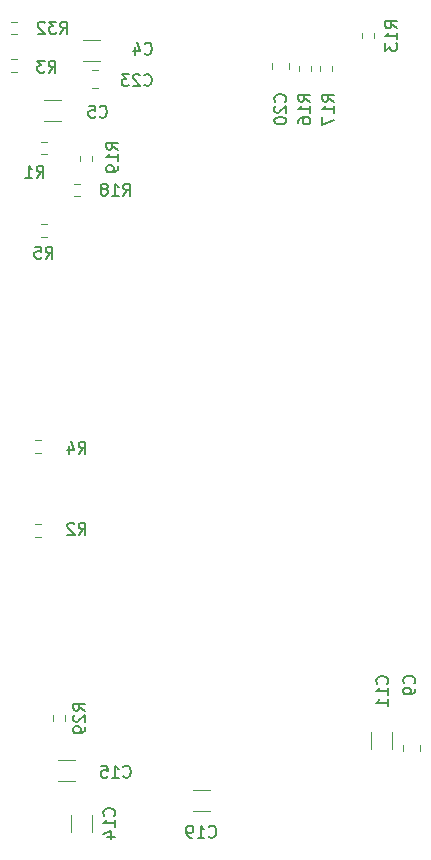
<source format=gbo>
%TF.GenerationSoftware,KiCad,Pcbnew,(5.1.9)-1*%
%TF.CreationDate,2021-02-04T00:32:02-08:00*%
%TF.ProjectId,kb1lqd_optical_comm,6b62316c-7164-45f6-9f70-746963616c5f,rev?*%
%TF.SameCoordinates,Original*%
%TF.FileFunction,Legend,Bot*%
%TF.FilePolarity,Positive*%
%FSLAX46Y46*%
G04 Gerber Fmt 4.6, Leading zero omitted, Abs format (unit mm)*
G04 Created by KiCad (PCBNEW (5.1.9)-1) date 2021-02-04 00:32:02*
%MOMM*%
%LPD*%
G01*
G04 APERTURE LIST*
%ADD10C,0.120000*%
%ADD11C,0.150000*%
%ADD12C,7.500102*%
%ADD13C,1.200102*%
%ADD14O,2.616102X1.308102*%
%ADD15O,1.308102X2.616102*%
%ADD16C,2.250102*%
%ADD17C,1.308102*%
%ADD18O,1.740102X2.190102*%
%ADD19C,1.600102*%
%ADD20C,1.650102*%
%ADD21O,1.200102X1.200102*%
%ADD22O,1.200102X1.600102*%
%ADD23C,1.800102*%
G04 APERTURE END LIST*
D10*
%TO.C,C20*%
X161771000Y-47363748D02*
X161771000Y-47886252D01*
X160301000Y-47363748D02*
X160301000Y-47886252D01*
%TO.C,R32*%
X138192742Y-43927500D02*
X138667258Y-43927500D01*
X138192742Y-44972500D02*
X138667258Y-44972500D01*
%TO.C,R29*%
X141717500Y-103107258D02*
X141717500Y-102632742D01*
X142762500Y-103107258D02*
X142762500Y-102632742D01*
%TO.C,R19*%
X144003500Y-55736258D02*
X144003500Y-55261742D01*
X145048500Y-55736258D02*
X145048500Y-55261742D01*
%TO.C,R18*%
X144001258Y-58688500D02*
X143526742Y-58688500D01*
X144001258Y-57643500D02*
X143526742Y-57643500D01*
%TO.C,R17*%
X165368500Y-47641742D02*
X165368500Y-48116258D01*
X164323500Y-47641742D02*
X164323500Y-48116258D01*
%TO.C,R16*%
X163590500Y-47641742D02*
X163590500Y-48116258D01*
X162545500Y-47641742D02*
X162545500Y-48116258D01*
%TO.C,R13*%
X168924500Y-44847742D02*
X168924500Y-45322258D01*
X167879500Y-44847742D02*
X167879500Y-45322258D01*
%TO.C,R5*%
X140732742Y-61072500D02*
X141207258Y-61072500D01*
X140732742Y-62117500D02*
X141207258Y-62117500D01*
%TO.C,R4*%
X140224742Y-79360500D02*
X140699258Y-79360500D01*
X140224742Y-80405500D02*
X140699258Y-80405500D01*
%TO.C,R3*%
X138667258Y-48147500D02*
X138192742Y-48147500D01*
X138667258Y-47102500D02*
X138192742Y-47102500D01*
%TO.C,R2*%
X140224742Y-86472500D02*
X140699258Y-86472500D01*
X140224742Y-87517500D02*
X140699258Y-87517500D01*
%TO.C,R1*%
X140732742Y-54087500D02*
X141207258Y-54087500D01*
X140732742Y-55132500D02*
X141207258Y-55132500D01*
%TO.C,C23*%
X145549252Y-49503000D02*
X145026748Y-49503000D01*
X145549252Y-48033000D02*
X145026748Y-48033000D01*
%TO.C,C19*%
X153593748Y-108945000D02*
X155016252Y-108945000D01*
X153593748Y-110765000D02*
X155016252Y-110765000D01*
%TO.C,C15*%
X143586252Y-108225000D02*
X142163748Y-108225000D01*
X143586252Y-106405000D02*
X142163748Y-106405000D01*
%TO.C,C14*%
X143235000Y-112471252D02*
X143235000Y-111048748D01*
X145055000Y-112471252D02*
X145055000Y-111048748D01*
%TO.C,C11*%
X168635000Y-105486252D02*
X168635000Y-104063748D01*
X170455000Y-105486252D02*
X170455000Y-104063748D01*
%TO.C,C9*%
X171350000Y-105671252D02*
X171350000Y-105148748D01*
X172820000Y-105671252D02*
X172820000Y-105148748D01*
%TO.C,C5*%
X142443252Y-52345000D02*
X141020748Y-52345000D01*
X142443252Y-50525000D02*
X141020748Y-50525000D01*
%TO.C,C4*%
X144322748Y-45445000D02*
X145745252Y-45445000D01*
X144322748Y-47265000D02*
X145745252Y-47265000D01*
%TO.C,C20*%
D11*
X161393142Y-50665142D02*
X161440761Y-50617523D01*
X161488380Y-50474666D01*
X161488380Y-50379428D01*
X161440761Y-50236571D01*
X161345523Y-50141333D01*
X161250285Y-50093714D01*
X161059809Y-50046095D01*
X160916952Y-50046095D01*
X160726476Y-50093714D01*
X160631238Y-50141333D01*
X160536000Y-50236571D01*
X160488380Y-50379428D01*
X160488380Y-50474666D01*
X160536000Y-50617523D01*
X160583619Y-50665142D01*
X160583619Y-51046095D02*
X160536000Y-51093714D01*
X160488380Y-51188952D01*
X160488380Y-51427047D01*
X160536000Y-51522285D01*
X160583619Y-51569904D01*
X160678857Y-51617523D01*
X160774095Y-51617523D01*
X160916952Y-51569904D01*
X161488380Y-50998476D01*
X161488380Y-51617523D01*
X160488380Y-52236571D02*
X160488380Y-52331809D01*
X160536000Y-52427047D01*
X160583619Y-52474666D01*
X160678857Y-52522285D01*
X160869333Y-52569904D01*
X161107428Y-52569904D01*
X161297904Y-52522285D01*
X161393142Y-52474666D01*
X161440761Y-52427047D01*
X161488380Y-52331809D01*
X161488380Y-52236571D01*
X161440761Y-52141333D01*
X161393142Y-52093714D01*
X161297904Y-52046095D01*
X161107428Y-51998476D01*
X160869333Y-51998476D01*
X160678857Y-52046095D01*
X160583619Y-52093714D01*
X160536000Y-52141333D01*
X160488380Y-52236571D01*
%TO.C,R32*%
X142374857Y-44902380D02*
X142708190Y-44426190D01*
X142946285Y-44902380D02*
X142946285Y-43902380D01*
X142565333Y-43902380D01*
X142470095Y-43950000D01*
X142422476Y-43997619D01*
X142374857Y-44092857D01*
X142374857Y-44235714D01*
X142422476Y-44330952D01*
X142470095Y-44378571D01*
X142565333Y-44426190D01*
X142946285Y-44426190D01*
X142041523Y-43902380D02*
X141422476Y-43902380D01*
X141755809Y-44283333D01*
X141612952Y-44283333D01*
X141517714Y-44330952D01*
X141470095Y-44378571D01*
X141422476Y-44473809D01*
X141422476Y-44711904D01*
X141470095Y-44807142D01*
X141517714Y-44854761D01*
X141612952Y-44902380D01*
X141898666Y-44902380D01*
X141993904Y-44854761D01*
X142041523Y-44807142D01*
X141041523Y-43997619D02*
X140993904Y-43950000D01*
X140898666Y-43902380D01*
X140660571Y-43902380D01*
X140565333Y-43950000D01*
X140517714Y-43997619D01*
X140470095Y-44092857D01*
X140470095Y-44188095D01*
X140517714Y-44330952D01*
X141089142Y-44902380D01*
X140470095Y-44902380D01*
%TO.C,R29*%
X144470380Y-102227142D02*
X143994190Y-101893809D01*
X144470380Y-101655714D02*
X143470380Y-101655714D01*
X143470380Y-102036666D01*
X143518000Y-102131904D01*
X143565619Y-102179523D01*
X143660857Y-102227142D01*
X143803714Y-102227142D01*
X143898952Y-102179523D01*
X143946571Y-102131904D01*
X143994190Y-102036666D01*
X143994190Y-101655714D01*
X143565619Y-102608095D02*
X143518000Y-102655714D01*
X143470380Y-102750952D01*
X143470380Y-102989047D01*
X143518000Y-103084285D01*
X143565619Y-103131904D01*
X143660857Y-103179523D01*
X143756095Y-103179523D01*
X143898952Y-103131904D01*
X144470380Y-102560476D01*
X144470380Y-103179523D01*
X144470380Y-103655714D02*
X144470380Y-103846190D01*
X144422761Y-103941428D01*
X144375142Y-103989047D01*
X144232285Y-104084285D01*
X144041809Y-104131904D01*
X143660857Y-104131904D01*
X143565619Y-104084285D01*
X143518000Y-104036666D01*
X143470380Y-103941428D01*
X143470380Y-103750952D01*
X143518000Y-103655714D01*
X143565619Y-103608095D01*
X143660857Y-103560476D01*
X143898952Y-103560476D01*
X143994190Y-103608095D01*
X144041809Y-103655714D01*
X144089428Y-103750952D01*
X144089428Y-103941428D01*
X144041809Y-104036666D01*
X143994190Y-104084285D01*
X143898952Y-104131904D01*
%TO.C,R19*%
X147264380Y-54729142D02*
X146788190Y-54395809D01*
X147264380Y-54157714D02*
X146264380Y-54157714D01*
X146264380Y-54538666D01*
X146312000Y-54633904D01*
X146359619Y-54681523D01*
X146454857Y-54729142D01*
X146597714Y-54729142D01*
X146692952Y-54681523D01*
X146740571Y-54633904D01*
X146788190Y-54538666D01*
X146788190Y-54157714D01*
X147264380Y-55681523D02*
X147264380Y-55110095D01*
X147264380Y-55395809D02*
X146264380Y-55395809D01*
X146407238Y-55300571D01*
X146502476Y-55205333D01*
X146550095Y-55110095D01*
X147264380Y-56157714D02*
X147264380Y-56348190D01*
X147216761Y-56443428D01*
X147169142Y-56491047D01*
X147026285Y-56586285D01*
X146835809Y-56633904D01*
X146454857Y-56633904D01*
X146359619Y-56586285D01*
X146312000Y-56538666D01*
X146264380Y-56443428D01*
X146264380Y-56252952D01*
X146312000Y-56157714D01*
X146359619Y-56110095D01*
X146454857Y-56062476D01*
X146692952Y-56062476D01*
X146788190Y-56110095D01*
X146835809Y-56157714D01*
X146883428Y-56252952D01*
X146883428Y-56443428D01*
X146835809Y-56538666D01*
X146788190Y-56586285D01*
X146692952Y-56633904D01*
%TO.C,R18*%
X147708857Y-58618380D02*
X148042190Y-58142190D01*
X148280285Y-58618380D02*
X148280285Y-57618380D01*
X147899333Y-57618380D01*
X147804095Y-57666000D01*
X147756476Y-57713619D01*
X147708857Y-57808857D01*
X147708857Y-57951714D01*
X147756476Y-58046952D01*
X147804095Y-58094571D01*
X147899333Y-58142190D01*
X148280285Y-58142190D01*
X146756476Y-58618380D02*
X147327904Y-58618380D01*
X147042190Y-58618380D02*
X147042190Y-57618380D01*
X147137428Y-57761238D01*
X147232666Y-57856476D01*
X147327904Y-57904095D01*
X146185047Y-58046952D02*
X146280285Y-57999333D01*
X146327904Y-57951714D01*
X146375523Y-57856476D01*
X146375523Y-57808857D01*
X146327904Y-57713619D01*
X146280285Y-57666000D01*
X146185047Y-57618380D01*
X145994571Y-57618380D01*
X145899333Y-57666000D01*
X145851714Y-57713619D01*
X145804095Y-57808857D01*
X145804095Y-57856476D01*
X145851714Y-57951714D01*
X145899333Y-57999333D01*
X145994571Y-58046952D01*
X146185047Y-58046952D01*
X146280285Y-58094571D01*
X146327904Y-58142190D01*
X146375523Y-58237428D01*
X146375523Y-58427904D01*
X146327904Y-58523142D01*
X146280285Y-58570761D01*
X146185047Y-58618380D01*
X145994571Y-58618380D01*
X145899333Y-58570761D01*
X145851714Y-58523142D01*
X145804095Y-58427904D01*
X145804095Y-58237428D01*
X145851714Y-58142190D01*
X145899333Y-58094571D01*
X145994571Y-58046952D01*
%TO.C,R17*%
X165552380Y-50665142D02*
X165076190Y-50331809D01*
X165552380Y-50093714D02*
X164552380Y-50093714D01*
X164552380Y-50474666D01*
X164600000Y-50569904D01*
X164647619Y-50617523D01*
X164742857Y-50665142D01*
X164885714Y-50665142D01*
X164980952Y-50617523D01*
X165028571Y-50569904D01*
X165076190Y-50474666D01*
X165076190Y-50093714D01*
X165552380Y-51617523D02*
X165552380Y-51046095D01*
X165552380Y-51331809D02*
X164552380Y-51331809D01*
X164695238Y-51236571D01*
X164790476Y-51141333D01*
X164838095Y-51046095D01*
X164552380Y-51950857D02*
X164552380Y-52617523D01*
X165552380Y-52188952D01*
%TO.C,R16*%
X163520380Y-50665142D02*
X163044190Y-50331809D01*
X163520380Y-50093714D02*
X162520380Y-50093714D01*
X162520380Y-50474666D01*
X162568000Y-50569904D01*
X162615619Y-50617523D01*
X162710857Y-50665142D01*
X162853714Y-50665142D01*
X162948952Y-50617523D01*
X162996571Y-50569904D01*
X163044190Y-50474666D01*
X163044190Y-50093714D01*
X163520380Y-51617523D02*
X163520380Y-51046095D01*
X163520380Y-51331809D02*
X162520380Y-51331809D01*
X162663238Y-51236571D01*
X162758476Y-51141333D01*
X162806095Y-51046095D01*
X162520380Y-52474666D02*
X162520380Y-52284190D01*
X162568000Y-52188952D01*
X162615619Y-52141333D01*
X162758476Y-52046095D01*
X162948952Y-51998476D01*
X163329904Y-51998476D01*
X163425142Y-52046095D01*
X163472761Y-52093714D01*
X163520380Y-52188952D01*
X163520380Y-52379428D01*
X163472761Y-52474666D01*
X163425142Y-52522285D01*
X163329904Y-52569904D01*
X163091809Y-52569904D01*
X162996571Y-52522285D01*
X162948952Y-52474666D01*
X162901333Y-52379428D01*
X162901333Y-52188952D01*
X162948952Y-52093714D01*
X162996571Y-52046095D01*
X163091809Y-51998476D01*
%TO.C,R13*%
X170886380Y-44442142D02*
X170410190Y-44108809D01*
X170886380Y-43870714D02*
X169886380Y-43870714D01*
X169886380Y-44251666D01*
X169934000Y-44346904D01*
X169981619Y-44394523D01*
X170076857Y-44442142D01*
X170219714Y-44442142D01*
X170314952Y-44394523D01*
X170362571Y-44346904D01*
X170410190Y-44251666D01*
X170410190Y-43870714D01*
X170886380Y-45394523D02*
X170886380Y-44823095D01*
X170886380Y-45108809D02*
X169886380Y-45108809D01*
X170029238Y-45013571D01*
X170124476Y-44918333D01*
X170172095Y-44823095D01*
X169886380Y-45727857D02*
X169886380Y-46346904D01*
X170267333Y-46013571D01*
X170267333Y-46156428D01*
X170314952Y-46251666D01*
X170362571Y-46299285D01*
X170457809Y-46346904D01*
X170695904Y-46346904D01*
X170791142Y-46299285D01*
X170838761Y-46251666D01*
X170886380Y-46156428D01*
X170886380Y-45870714D01*
X170838761Y-45775476D01*
X170791142Y-45727857D01*
%TO.C,R5*%
X141136666Y-63952380D02*
X141470000Y-63476190D01*
X141708095Y-63952380D02*
X141708095Y-62952380D01*
X141327142Y-62952380D01*
X141231904Y-63000000D01*
X141184285Y-63047619D01*
X141136666Y-63142857D01*
X141136666Y-63285714D01*
X141184285Y-63380952D01*
X141231904Y-63428571D01*
X141327142Y-63476190D01*
X141708095Y-63476190D01*
X140231904Y-62952380D02*
X140708095Y-62952380D01*
X140755714Y-63428571D01*
X140708095Y-63380952D01*
X140612857Y-63333333D01*
X140374761Y-63333333D01*
X140279523Y-63380952D01*
X140231904Y-63428571D01*
X140184285Y-63523809D01*
X140184285Y-63761904D01*
X140231904Y-63857142D01*
X140279523Y-63904761D01*
X140374761Y-63952380D01*
X140612857Y-63952380D01*
X140708095Y-63904761D01*
X140755714Y-63857142D01*
%TO.C,R4*%
X143930666Y-80462380D02*
X144264000Y-79986190D01*
X144502095Y-80462380D02*
X144502095Y-79462380D01*
X144121142Y-79462380D01*
X144025904Y-79510000D01*
X143978285Y-79557619D01*
X143930666Y-79652857D01*
X143930666Y-79795714D01*
X143978285Y-79890952D01*
X144025904Y-79938571D01*
X144121142Y-79986190D01*
X144502095Y-79986190D01*
X143073523Y-79795714D02*
X143073523Y-80462380D01*
X143311619Y-79414761D02*
X143549714Y-80129047D01*
X142930666Y-80129047D01*
%TO.C,R3*%
X141390666Y-48204380D02*
X141724000Y-47728190D01*
X141962095Y-48204380D02*
X141962095Y-47204380D01*
X141581142Y-47204380D01*
X141485904Y-47252000D01*
X141438285Y-47299619D01*
X141390666Y-47394857D01*
X141390666Y-47537714D01*
X141438285Y-47632952D01*
X141485904Y-47680571D01*
X141581142Y-47728190D01*
X141962095Y-47728190D01*
X141057333Y-47204380D02*
X140438285Y-47204380D01*
X140771619Y-47585333D01*
X140628761Y-47585333D01*
X140533523Y-47632952D01*
X140485904Y-47680571D01*
X140438285Y-47775809D01*
X140438285Y-48013904D01*
X140485904Y-48109142D01*
X140533523Y-48156761D01*
X140628761Y-48204380D01*
X140914476Y-48204380D01*
X141009714Y-48156761D01*
X141057333Y-48109142D01*
%TO.C,R2*%
X143930666Y-87320380D02*
X144264000Y-86844190D01*
X144502095Y-87320380D02*
X144502095Y-86320380D01*
X144121142Y-86320380D01*
X144025904Y-86368000D01*
X143978285Y-86415619D01*
X143930666Y-86510857D01*
X143930666Y-86653714D01*
X143978285Y-86748952D01*
X144025904Y-86796571D01*
X144121142Y-86844190D01*
X144502095Y-86844190D01*
X143549714Y-86415619D02*
X143502095Y-86368000D01*
X143406857Y-86320380D01*
X143168761Y-86320380D01*
X143073523Y-86368000D01*
X143025904Y-86415619D01*
X142978285Y-86510857D01*
X142978285Y-86606095D01*
X143025904Y-86748952D01*
X143597333Y-87320380D01*
X142978285Y-87320380D01*
%TO.C,R1*%
X140374666Y-57094380D02*
X140708000Y-56618190D01*
X140946095Y-57094380D02*
X140946095Y-56094380D01*
X140565142Y-56094380D01*
X140469904Y-56142000D01*
X140422285Y-56189619D01*
X140374666Y-56284857D01*
X140374666Y-56427714D01*
X140422285Y-56522952D01*
X140469904Y-56570571D01*
X140565142Y-56618190D01*
X140946095Y-56618190D01*
X139422285Y-57094380D02*
X139993714Y-57094380D01*
X139708000Y-57094380D02*
X139708000Y-56094380D01*
X139803238Y-56237238D01*
X139898476Y-56332476D01*
X139993714Y-56380095D01*
%TO.C,C23*%
X149486857Y-49252142D02*
X149534476Y-49299761D01*
X149677333Y-49347380D01*
X149772571Y-49347380D01*
X149915428Y-49299761D01*
X150010666Y-49204523D01*
X150058285Y-49109285D01*
X150105904Y-48918809D01*
X150105904Y-48775952D01*
X150058285Y-48585476D01*
X150010666Y-48490238D01*
X149915428Y-48395000D01*
X149772571Y-48347380D01*
X149677333Y-48347380D01*
X149534476Y-48395000D01*
X149486857Y-48442619D01*
X149105904Y-48442619D02*
X149058285Y-48395000D01*
X148963047Y-48347380D01*
X148724952Y-48347380D01*
X148629714Y-48395000D01*
X148582095Y-48442619D01*
X148534476Y-48537857D01*
X148534476Y-48633095D01*
X148582095Y-48775952D01*
X149153523Y-49347380D01*
X148534476Y-49347380D01*
X148201142Y-48347380D02*
X147582095Y-48347380D01*
X147915428Y-48728333D01*
X147772571Y-48728333D01*
X147677333Y-48775952D01*
X147629714Y-48823571D01*
X147582095Y-48918809D01*
X147582095Y-49156904D01*
X147629714Y-49252142D01*
X147677333Y-49299761D01*
X147772571Y-49347380D01*
X148058285Y-49347380D01*
X148153523Y-49299761D01*
X148201142Y-49252142D01*
%TO.C,C19*%
X154947857Y-112879142D02*
X154995476Y-112926761D01*
X155138333Y-112974380D01*
X155233571Y-112974380D01*
X155376428Y-112926761D01*
X155471666Y-112831523D01*
X155519285Y-112736285D01*
X155566904Y-112545809D01*
X155566904Y-112402952D01*
X155519285Y-112212476D01*
X155471666Y-112117238D01*
X155376428Y-112022000D01*
X155233571Y-111974380D01*
X155138333Y-111974380D01*
X154995476Y-112022000D01*
X154947857Y-112069619D01*
X153995476Y-112974380D02*
X154566904Y-112974380D01*
X154281190Y-112974380D02*
X154281190Y-111974380D01*
X154376428Y-112117238D01*
X154471666Y-112212476D01*
X154566904Y-112260095D01*
X153519285Y-112974380D02*
X153328809Y-112974380D01*
X153233571Y-112926761D01*
X153185952Y-112879142D01*
X153090714Y-112736285D01*
X153043095Y-112545809D01*
X153043095Y-112164857D01*
X153090714Y-112069619D01*
X153138333Y-112022000D01*
X153233571Y-111974380D01*
X153424047Y-111974380D01*
X153519285Y-112022000D01*
X153566904Y-112069619D01*
X153614523Y-112164857D01*
X153614523Y-112402952D01*
X153566904Y-112498190D01*
X153519285Y-112545809D01*
X153424047Y-112593428D01*
X153233571Y-112593428D01*
X153138333Y-112545809D01*
X153090714Y-112498190D01*
X153043095Y-112402952D01*
%TO.C,C15*%
X147708857Y-107799142D02*
X147756476Y-107846761D01*
X147899333Y-107894380D01*
X147994571Y-107894380D01*
X148137428Y-107846761D01*
X148232666Y-107751523D01*
X148280285Y-107656285D01*
X148327904Y-107465809D01*
X148327904Y-107322952D01*
X148280285Y-107132476D01*
X148232666Y-107037238D01*
X148137428Y-106942000D01*
X147994571Y-106894380D01*
X147899333Y-106894380D01*
X147756476Y-106942000D01*
X147708857Y-106989619D01*
X146756476Y-107894380D02*
X147327904Y-107894380D01*
X147042190Y-107894380D02*
X147042190Y-106894380D01*
X147137428Y-107037238D01*
X147232666Y-107132476D01*
X147327904Y-107180095D01*
X145851714Y-106894380D02*
X146327904Y-106894380D01*
X146375523Y-107370571D01*
X146327904Y-107322952D01*
X146232666Y-107275333D01*
X145994571Y-107275333D01*
X145899333Y-107322952D01*
X145851714Y-107370571D01*
X145804095Y-107465809D01*
X145804095Y-107703904D01*
X145851714Y-107799142D01*
X145899333Y-107846761D01*
X145994571Y-107894380D01*
X146232666Y-107894380D01*
X146327904Y-107846761D01*
X146375523Y-107799142D01*
%TO.C,C14*%
X146915142Y-111117142D02*
X146962761Y-111069523D01*
X147010380Y-110926666D01*
X147010380Y-110831428D01*
X146962761Y-110688571D01*
X146867523Y-110593333D01*
X146772285Y-110545714D01*
X146581809Y-110498095D01*
X146438952Y-110498095D01*
X146248476Y-110545714D01*
X146153238Y-110593333D01*
X146058000Y-110688571D01*
X146010380Y-110831428D01*
X146010380Y-110926666D01*
X146058000Y-111069523D01*
X146105619Y-111117142D01*
X147010380Y-112069523D02*
X147010380Y-111498095D01*
X147010380Y-111783809D02*
X146010380Y-111783809D01*
X146153238Y-111688571D01*
X146248476Y-111593333D01*
X146296095Y-111498095D01*
X146343714Y-112926666D02*
X147010380Y-112926666D01*
X145962761Y-112688571D02*
X146677047Y-112450476D01*
X146677047Y-113069523D01*
%TO.C,C11*%
X170029142Y-99941142D02*
X170076761Y-99893523D01*
X170124380Y-99750666D01*
X170124380Y-99655428D01*
X170076761Y-99512571D01*
X169981523Y-99417333D01*
X169886285Y-99369714D01*
X169695809Y-99322095D01*
X169552952Y-99322095D01*
X169362476Y-99369714D01*
X169267238Y-99417333D01*
X169172000Y-99512571D01*
X169124380Y-99655428D01*
X169124380Y-99750666D01*
X169172000Y-99893523D01*
X169219619Y-99941142D01*
X170124380Y-100893523D02*
X170124380Y-100322095D01*
X170124380Y-100607809D02*
X169124380Y-100607809D01*
X169267238Y-100512571D01*
X169362476Y-100417333D01*
X169410095Y-100322095D01*
X170124380Y-101845904D02*
X170124380Y-101274476D01*
X170124380Y-101560190D02*
X169124380Y-101560190D01*
X169267238Y-101464952D01*
X169362476Y-101369714D01*
X169410095Y-101274476D01*
%TO.C,C9*%
X172315142Y-99909333D02*
X172362761Y-99861714D01*
X172410380Y-99718857D01*
X172410380Y-99623619D01*
X172362761Y-99480761D01*
X172267523Y-99385523D01*
X172172285Y-99337904D01*
X171981809Y-99290285D01*
X171838952Y-99290285D01*
X171648476Y-99337904D01*
X171553238Y-99385523D01*
X171458000Y-99480761D01*
X171410380Y-99623619D01*
X171410380Y-99718857D01*
X171458000Y-99861714D01*
X171505619Y-99909333D01*
X172410380Y-100385523D02*
X172410380Y-100576000D01*
X172362761Y-100671238D01*
X172315142Y-100718857D01*
X172172285Y-100814095D01*
X171981809Y-100861714D01*
X171600857Y-100861714D01*
X171505619Y-100814095D01*
X171458000Y-100766476D01*
X171410380Y-100671238D01*
X171410380Y-100480761D01*
X171458000Y-100385523D01*
X171505619Y-100337904D01*
X171600857Y-100290285D01*
X171838952Y-100290285D01*
X171934190Y-100337904D01*
X171981809Y-100385523D01*
X172029428Y-100480761D01*
X172029428Y-100671238D01*
X171981809Y-100766476D01*
X171934190Y-100814095D01*
X171838952Y-100861714D01*
%TO.C,C5*%
X145708666Y-51919142D02*
X145756285Y-51966761D01*
X145899142Y-52014380D01*
X145994380Y-52014380D01*
X146137238Y-51966761D01*
X146232476Y-51871523D01*
X146280095Y-51776285D01*
X146327714Y-51585809D01*
X146327714Y-51442952D01*
X146280095Y-51252476D01*
X146232476Y-51157238D01*
X146137238Y-51062000D01*
X145994380Y-51014380D01*
X145899142Y-51014380D01*
X145756285Y-51062000D01*
X145708666Y-51109619D01*
X144803904Y-51014380D02*
X145280095Y-51014380D01*
X145327714Y-51490571D01*
X145280095Y-51442952D01*
X145184857Y-51395333D01*
X144946761Y-51395333D01*
X144851523Y-51442952D01*
X144803904Y-51490571D01*
X144756285Y-51585809D01*
X144756285Y-51823904D01*
X144803904Y-51919142D01*
X144851523Y-51966761D01*
X144946761Y-52014380D01*
X145184857Y-52014380D01*
X145280095Y-51966761D01*
X145327714Y-51919142D01*
%TO.C,C4*%
X149518666Y-46585142D02*
X149566285Y-46632761D01*
X149709142Y-46680380D01*
X149804380Y-46680380D01*
X149947238Y-46632761D01*
X150042476Y-46537523D01*
X150090095Y-46442285D01*
X150137714Y-46251809D01*
X150137714Y-46108952D01*
X150090095Y-45918476D01*
X150042476Y-45823238D01*
X149947238Y-45728000D01*
X149804380Y-45680380D01*
X149709142Y-45680380D01*
X149566285Y-45728000D01*
X149518666Y-45775619D01*
X148661523Y-46013714D02*
X148661523Y-46680380D01*
X148899619Y-45632761D02*
X149137714Y-46347047D01*
X148518666Y-46347047D01*
%TD*%
%LPC*%
D12*
%TO.C,H4*%
X182880000Y-121920000D03*
%TD*%
%TO.C,H3*%
X182880000Y-30480000D03*
%TD*%
%TO.C,H2*%
X132080000Y-121920000D03*
%TD*%
%TO.C,H1*%
X132080000Y-30480000D03*
%TD*%
D13*
%TO.C,J6*%
X131572000Y-112315000D03*
X129072000Y-112315000D03*
X136572000Y-107315000D03*
X131572000Y-102315000D03*
X129072000Y-102315000D03*
D14*
X136572000Y-102315000D03*
X136572000Y-112315000D03*
D15*
X131572000Y-107315000D03*
%TD*%
D13*
%TO.C,J3*%
X131572000Y-87169000D03*
X129072000Y-87169000D03*
X136572000Y-82169000D03*
X131572000Y-77169000D03*
X129072000Y-77169000D03*
D14*
X136572000Y-77169000D03*
X136572000Y-87169000D03*
D15*
X131572000Y-82169000D03*
%TD*%
D13*
%TO.C,J1*%
X131699000Y-61388000D03*
X129199000Y-61388000D03*
X136699000Y-56388000D03*
X131699000Y-51388000D03*
X129199000Y-51388000D03*
D14*
X136699000Y-51388000D03*
X136699000Y-61388000D03*
D15*
X131699000Y-56388000D03*
%TD*%
D16*
%TO.C,SW1*%
X142470000Y-28575000D03*
X152170000Y-28575000D03*
D17*
X145320000Y-28575000D03*
X149320000Y-28575000D03*
X147320000Y-28575000D03*
%TD*%
%TO.C,C20*%
G36*
G01*
X160560974Y-48074949D02*
X161511026Y-48074949D01*
G75*
G02*
X161761051Y-48324974I0J-250025D01*
G01*
X161761051Y-48825026D01*
G75*
G02*
X161511026Y-49075051I-250025J0D01*
G01*
X160560974Y-49075051D01*
G75*
G02*
X160310949Y-48825026I0J250025D01*
G01*
X160310949Y-48324974D01*
G75*
G02*
X160560974Y-48074949I250025J0D01*
G01*
G37*
G36*
G01*
X160560974Y-46174949D02*
X161511026Y-46174949D01*
G75*
G02*
X161761051Y-46424974I0J-250025D01*
G01*
X161761051Y-46925026D01*
G75*
G02*
X161511026Y-47175051I-250025J0D01*
G01*
X160560974Y-47175051D01*
G75*
G02*
X160310949Y-46925026I0J250025D01*
G01*
X160310949Y-46424974D01*
G75*
G02*
X160560974Y-46174949I250025J0D01*
G01*
G37*
%TD*%
D16*
%TO.C,SW3*%
X158345000Y-28575000D03*
X168045000Y-28575000D03*
D17*
X161195000Y-28575000D03*
X165195000Y-28575000D03*
X163195000Y-28575000D03*
%TD*%
D16*
%TO.C,SW2*%
X153440000Y-123825000D03*
X143740000Y-123825000D03*
D17*
X150590000Y-123825000D03*
X146590000Y-123825000D03*
X148590000Y-123825000D03*
%TD*%
D18*
%TO.C,RV2*%
X150495000Y-72390000D03*
X153035000Y-72390000D03*
X155575000Y-72390000D03*
G36*
G01*
X158985051Y-71544962D02*
X158985051Y-73235038D01*
G75*
G02*
X158735038Y-73485051I-250013J0D01*
G01*
X157494962Y-73485051D01*
G75*
G02*
X157244949Y-73235038I0J250013D01*
G01*
X157244949Y-71544962D01*
G75*
G02*
X157494962Y-71294949I250013J0D01*
G01*
X158735038Y-71294949D01*
G75*
G02*
X158985051Y-71544962I0J-250013D01*
G01*
G37*
%TD*%
%TO.C,RV1*%
X150495000Y-82550000D03*
X153035000Y-82550000D03*
X155575000Y-82550000D03*
G36*
G01*
X158985051Y-81704962D02*
X158985051Y-83395038D01*
G75*
G02*
X158735038Y-83645051I-250013J0D01*
G01*
X157494962Y-83645051D01*
G75*
G02*
X157244949Y-83395038I0J250013D01*
G01*
X157244949Y-81704962D01*
G75*
G02*
X157494962Y-81454949I250013J0D01*
G01*
X158735038Y-81454949D01*
G75*
G02*
X158985051Y-81704962I0J-250013D01*
G01*
G37*
%TD*%
%TO.C,R32*%
G36*
G01*
X138854949Y-44725026D02*
X138854949Y-44174974D01*
G75*
G02*
X139054974Y-43974949I200025J0D01*
G01*
X139455026Y-43974949D01*
G75*
G02*
X139655051Y-44174974I0J-200025D01*
G01*
X139655051Y-44725026D01*
G75*
G02*
X139455026Y-44925051I-200025J0D01*
G01*
X139054974Y-44925051D01*
G75*
G02*
X138854949Y-44725026I0J200025D01*
G01*
G37*
G36*
G01*
X137204949Y-44725026D02*
X137204949Y-44174974D01*
G75*
G02*
X137404974Y-43974949I200025J0D01*
G01*
X137805026Y-43974949D01*
G75*
G02*
X138005051Y-44174974I0J-200025D01*
G01*
X138005051Y-44725026D01*
G75*
G02*
X137805026Y-44925051I-200025J0D01*
G01*
X137404974Y-44925051D01*
G75*
G02*
X137204949Y-44725026I0J200025D01*
G01*
G37*
%TD*%
%TO.C,R29*%
G36*
G01*
X142515026Y-102445051D02*
X141964974Y-102445051D01*
G75*
G02*
X141764949Y-102245026I0J200025D01*
G01*
X141764949Y-101844974D01*
G75*
G02*
X141964974Y-101644949I200025J0D01*
G01*
X142515026Y-101644949D01*
G75*
G02*
X142715051Y-101844974I0J-200025D01*
G01*
X142715051Y-102245026D01*
G75*
G02*
X142515026Y-102445051I-200025J0D01*
G01*
G37*
G36*
G01*
X142515026Y-104095051D02*
X141964974Y-104095051D01*
G75*
G02*
X141764949Y-103895026I0J200025D01*
G01*
X141764949Y-103494974D01*
G75*
G02*
X141964974Y-103294949I200025J0D01*
G01*
X142515026Y-103294949D01*
G75*
G02*
X142715051Y-103494974I0J-200025D01*
G01*
X142715051Y-103895026D01*
G75*
G02*
X142515026Y-104095051I-200025J0D01*
G01*
G37*
%TD*%
%TO.C,R19*%
G36*
G01*
X144801026Y-55074051D02*
X144250974Y-55074051D01*
G75*
G02*
X144050949Y-54874026I0J200025D01*
G01*
X144050949Y-54473974D01*
G75*
G02*
X144250974Y-54273949I200025J0D01*
G01*
X144801026Y-54273949D01*
G75*
G02*
X145001051Y-54473974I0J-200025D01*
G01*
X145001051Y-54874026D01*
G75*
G02*
X144801026Y-55074051I-200025J0D01*
G01*
G37*
G36*
G01*
X144801026Y-56724051D02*
X144250974Y-56724051D01*
G75*
G02*
X144050949Y-56524026I0J200025D01*
G01*
X144050949Y-56123974D01*
G75*
G02*
X144250974Y-55923949I200025J0D01*
G01*
X144801026Y-55923949D01*
G75*
G02*
X145001051Y-56123974I0J-200025D01*
G01*
X145001051Y-56524026D01*
G75*
G02*
X144801026Y-56724051I-200025J0D01*
G01*
G37*
%TD*%
%TO.C,R18*%
G36*
G01*
X143339051Y-57890974D02*
X143339051Y-58441026D01*
G75*
G02*
X143139026Y-58641051I-200025J0D01*
G01*
X142738974Y-58641051D01*
G75*
G02*
X142538949Y-58441026I0J200025D01*
G01*
X142538949Y-57890974D01*
G75*
G02*
X142738974Y-57690949I200025J0D01*
G01*
X143139026Y-57690949D01*
G75*
G02*
X143339051Y-57890974I0J-200025D01*
G01*
G37*
G36*
G01*
X144989051Y-57890974D02*
X144989051Y-58441026D01*
G75*
G02*
X144789026Y-58641051I-200025J0D01*
G01*
X144388974Y-58641051D01*
G75*
G02*
X144188949Y-58441026I0J200025D01*
G01*
X144188949Y-57890974D01*
G75*
G02*
X144388974Y-57690949I200025J0D01*
G01*
X144789026Y-57690949D01*
G75*
G02*
X144989051Y-57890974I0J-200025D01*
G01*
G37*
%TD*%
%TO.C,R17*%
G36*
G01*
X164570974Y-48303949D02*
X165121026Y-48303949D01*
G75*
G02*
X165321051Y-48503974I0J-200025D01*
G01*
X165321051Y-48904026D01*
G75*
G02*
X165121026Y-49104051I-200025J0D01*
G01*
X164570974Y-49104051D01*
G75*
G02*
X164370949Y-48904026I0J200025D01*
G01*
X164370949Y-48503974D01*
G75*
G02*
X164570974Y-48303949I200025J0D01*
G01*
G37*
G36*
G01*
X164570974Y-46653949D02*
X165121026Y-46653949D01*
G75*
G02*
X165321051Y-46853974I0J-200025D01*
G01*
X165321051Y-47254026D01*
G75*
G02*
X165121026Y-47454051I-200025J0D01*
G01*
X164570974Y-47454051D01*
G75*
G02*
X164370949Y-47254026I0J200025D01*
G01*
X164370949Y-46853974D01*
G75*
G02*
X164570974Y-46653949I200025J0D01*
G01*
G37*
%TD*%
%TO.C,R16*%
G36*
G01*
X162792974Y-48303949D02*
X163343026Y-48303949D01*
G75*
G02*
X163543051Y-48503974I0J-200025D01*
G01*
X163543051Y-48904026D01*
G75*
G02*
X163343026Y-49104051I-200025J0D01*
G01*
X162792974Y-49104051D01*
G75*
G02*
X162592949Y-48904026I0J200025D01*
G01*
X162592949Y-48503974D01*
G75*
G02*
X162792974Y-48303949I200025J0D01*
G01*
G37*
G36*
G01*
X162792974Y-46653949D02*
X163343026Y-46653949D01*
G75*
G02*
X163543051Y-46853974I0J-200025D01*
G01*
X163543051Y-47254026D01*
G75*
G02*
X163343026Y-47454051I-200025J0D01*
G01*
X162792974Y-47454051D01*
G75*
G02*
X162592949Y-47254026I0J200025D01*
G01*
X162592949Y-46853974D01*
G75*
G02*
X162792974Y-46653949I200025J0D01*
G01*
G37*
%TD*%
%TO.C,R13*%
G36*
G01*
X168126974Y-45509949D02*
X168677026Y-45509949D01*
G75*
G02*
X168877051Y-45709974I0J-200025D01*
G01*
X168877051Y-46110026D01*
G75*
G02*
X168677026Y-46310051I-200025J0D01*
G01*
X168126974Y-46310051D01*
G75*
G02*
X167926949Y-46110026I0J200025D01*
G01*
X167926949Y-45709974D01*
G75*
G02*
X168126974Y-45509949I200025J0D01*
G01*
G37*
G36*
G01*
X168126974Y-43859949D02*
X168677026Y-43859949D01*
G75*
G02*
X168877051Y-44059974I0J-200025D01*
G01*
X168877051Y-44460026D01*
G75*
G02*
X168677026Y-44660051I-200025J0D01*
G01*
X168126974Y-44660051D01*
G75*
G02*
X167926949Y-44460026I0J200025D01*
G01*
X167926949Y-44059974D01*
G75*
G02*
X168126974Y-43859949I200025J0D01*
G01*
G37*
%TD*%
%TO.C,R5*%
G36*
G01*
X141394949Y-61870026D02*
X141394949Y-61319974D01*
G75*
G02*
X141594974Y-61119949I200025J0D01*
G01*
X141995026Y-61119949D01*
G75*
G02*
X142195051Y-61319974I0J-200025D01*
G01*
X142195051Y-61870026D01*
G75*
G02*
X141995026Y-62070051I-200025J0D01*
G01*
X141594974Y-62070051D01*
G75*
G02*
X141394949Y-61870026I0J200025D01*
G01*
G37*
G36*
G01*
X139744949Y-61870026D02*
X139744949Y-61319974D01*
G75*
G02*
X139944974Y-61119949I200025J0D01*
G01*
X140345026Y-61119949D01*
G75*
G02*
X140545051Y-61319974I0J-200025D01*
G01*
X140545051Y-61870026D01*
G75*
G02*
X140345026Y-62070051I-200025J0D01*
G01*
X139944974Y-62070051D01*
G75*
G02*
X139744949Y-61870026I0J200025D01*
G01*
G37*
%TD*%
%TO.C,R4*%
G36*
G01*
X140886949Y-80158026D02*
X140886949Y-79607974D01*
G75*
G02*
X141086974Y-79407949I200025J0D01*
G01*
X141487026Y-79407949D01*
G75*
G02*
X141687051Y-79607974I0J-200025D01*
G01*
X141687051Y-80158026D01*
G75*
G02*
X141487026Y-80358051I-200025J0D01*
G01*
X141086974Y-80358051D01*
G75*
G02*
X140886949Y-80158026I0J200025D01*
G01*
G37*
G36*
G01*
X139236949Y-80158026D02*
X139236949Y-79607974D01*
G75*
G02*
X139436974Y-79407949I200025J0D01*
G01*
X139837026Y-79407949D01*
G75*
G02*
X140037051Y-79607974I0J-200025D01*
G01*
X140037051Y-80158026D01*
G75*
G02*
X139837026Y-80358051I-200025J0D01*
G01*
X139436974Y-80358051D01*
G75*
G02*
X139236949Y-80158026I0J200025D01*
G01*
G37*
%TD*%
%TO.C,R3*%
G36*
G01*
X138005051Y-47349974D02*
X138005051Y-47900026D01*
G75*
G02*
X137805026Y-48100051I-200025J0D01*
G01*
X137404974Y-48100051D01*
G75*
G02*
X137204949Y-47900026I0J200025D01*
G01*
X137204949Y-47349974D01*
G75*
G02*
X137404974Y-47149949I200025J0D01*
G01*
X137805026Y-47149949D01*
G75*
G02*
X138005051Y-47349974I0J-200025D01*
G01*
G37*
G36*
G01*
X139655051Y-47349974D02*
X139655051Y-47900026D01*
G75*
G02*
X139455026Y-48100051I-200025J0D01*
G01*
X139054974Y-48100051D01*
G75*
G02*
X138854949Y-47900026I0J200025D01*
G01*
X138854949Y-47349974D01*
G75*
G02*
X139054974Y-47149949I200025J0D01*
G01*
X139455026Y-47149949D01*
G75*
G02*
X139655051Y-47349974I0J-200025D01*
G01*
G37*
%TD*%
%TO.C,R2*%
G36*
G01*
X140886949Y-87270026D02*
X140886949Y-86719974D01*
G75*
G02*
X141086974Y-86519949I200025J0D01*
G01*
X141487026Y-86519949D01*
G75*
G02*
X141687051Y-86719974I0J-200025D01*
G01*
X141687051Y-87270026D01*
G75*
G02*
X141487026Y-87470051I-200025J0D01*
G01*
X141086974Y-87470051D01*
G75*
G02*
X140886949Y-87270026I0J200025D01*
G01*
G37*
G36*
G01*
X139236949Y-87270026D02*
X139236949Y-86719974D01*
G75*
G02*
X139436974Y-86519949I200025J0D01*
G01*
X139837026Y-86519949D01*
G75*
G02*
X140037051Y-86719974I0J-200025D01*
G01*
X140037051Y-87270026D01*
G75*
G02*
X139837026Y-87470051I-200025J0D01*
G01*
X139436974Y-87470051D01*
G75*
G02*
X139236949Y-87270026I0J200025D01*
G01*
G37*
%TD*%
%TO.C,R1*%
G36*
G01*
X141394949Y-54885026D02*
X141394949Y-54334974D01*
G75*
G02*
X141594974Y-54134949I200025J0D01*
G01*
X141995026Y-54134949D01*
G75*
G02*
X142195051Y-54334974I0J-200025D01*
G01*
X142195051Y-54885026D01*
G75*
G02*
X141995026Y-55085051I-200025J0D01*
G01*
X141594974Y-55085051D01*
G75*
G02*
X141394949Y-54885026I0J200025D01*
G01*
G37*
G36*
G01*
X139744949Y-54885026D02*
X139744949Y-54334974D01*
G75*
G02*
X139944974Y-54134949I200025J0D01*
G01*
X140345026Y-54134949D01*
G75*
G02*
X140545051Y-54334974I0J-200025D01*
G01*
X140545051Y-54885026D01*
G75*
G02*
X140345026Y-55085051I-200025J0D01*
G01*
X139944974Y-55085051D01*
G75*
G02*
X139744949Y-54885026I0J200025D01*
G01*
G37*
%TD*%
%TO.C,J5*%
X170180000Y-72390000D03*
G36*
G01*
X173590051Y-71544962D02*
X173590051Y-73235038D01*
G75*
G02*
X173340038Y-73485051I-250013J0D01*
G01*
X172099962Y-73485051D01*
G75*
G02*
X171849949Y-73235038I0J250013D01*
G01*
X171849949Y-71544962D01*
G75*
G02*
X172099962Y-71294949I250013J0D01*
G01*
X173340038Y-71294949D01*
G75*
G02*
X173590051Y-71544962I0J-250013D01*
G01*
G37*
%TD*%
%TO.C,J4*%
X165100000Y-82550000D03*
X167640000Y-82550000D03*
X170180000Y-82550000D03*
G36*
G01*
X173590051Y-81704962D02*
X173590051Y-83395038D01*
G75*
G02*
X173340038Y-83645051I-250013J0D01*
G01*
X172099962Y-83645051D01*
G75*
G02*
X171849949Y-83395038I0J250013D01*
G01*
X171849949Y-81704962D01*
G75*
G02*
X172099962Y-81454949I250013J0D01*
G01*
X173340038Y-81454949D01*
G75*
G02*
X173590051Y-81704962I0J-250013D01*
G01*
G37*
%TD*%
D19*
%TO.C,J2*%
X131310000Y-47085000D03*
X131310000Y-42085000D03*
D20*
X134810000Y-47585000D03*
X136810000Y-40985000D03*
G36*
G01*
X131635051Y-44260000D02*
X131635051Y-45910000D01*
G75*
G02*
X131635000Y-45910051I-51J0D01*
G01*
X129985000Y-45910051D01*
G75*
G02*
X129984949Y-45910000I0J51D01*
G01*
X129984949Y-44260000D01*
G75*
G02*
X129985000Y-44259949I51J0D01*
G01*
X131635000Y-44259949D01*
G75*
G02*
X131635051Y-44260000I0J-51D01*
G01*
G37*
%TD*%
D21*
%TO.C,D2*%
X181610000Y-104902000D03*
D22*
X181610000Y-102362000D03*
%TD*%
D23*
%TO.C,D1*%
X181610000Y-52197000D03*
G36*
G01*
X182510000Y-55637051D02*
X180710000Y-55637051D01*
G75*
G02*
X180709949Y-55637000I0J51D01*
G01*
X180709949Y-53837000D01*
G75*
G02*
X180710000Y-53836949I51J0D01*
G01*
X182510000Y-53836949D01*
G75*
G02*
X182510051Y-53837000I0J-51D01*
G01*
X182510051Y-55637000D01*
G75*
G02*
X182510000Y-55637051I-51J0D01*
G01*
G37*
%TD*%
%TO.C,C23*%
G36*
G01*
X144838051Y-48292974D02*
X144838051Y-49243026D01*
G75*
G02*
X144588026Y-49493051I-250025J0D01*
G01*
X144087974Y-49493051D01*
G75*
G02*
X143837949Y-49243026I0J250025D01*
G01*
X143837949Y-48292974D01*
G75*
G02*
X144087974Y-48042949I250025J0D01*
G01*
X144588026Y-48042949D01*
G75*
G02*
X144838051Y-48292974I0J-250025D01*
G01*
G37*
G36*
G01*
X146738051Y-48292974D02*
X146738051Y-49243026D01*
G75*
G02*
X146488026Y-49493051I-250025J0D01*
G01*
X145987974Y-49493051D01*
G75*
G02*
X145737949Y-49243026I0J250025D01*
G01*
X145737949Y-48292974D01*
G75*
G02*
X145987974Y-48042949I250025J0D01*
G01*
X146488026Y-48042949D01*
G75*
G02*
X146738051Y-48292974I0J-250025D01*
G01*
G37*
%TD*%
%TO.C,C19*%
G36*
G01*
X155204949Y-110505030D02*
X155204949Y-109204970D01*
G75*
G02*
X155454970Y-108954949I250021J0D01*
G01*
X156105030Y-108954949D01*
G75*
G02*
X156355051Y-109204970I0J-250021D01*
G01*
X156355051Y-110505030D01*
G75*
G02*
X156105030Y-110755051I-250021J0D01*
G01*
X155454970Y-110755051D01*
G75*
G02*
X155204949Y-110505030I0J250021D01*
G01*
G37*
G36*
G01*
X152254949Y-110505030D02*
X152254949Y-109204970D01*
G75*
G02*
X152504970Y-108954949I250021J0D01*
G01*
X153155030Y-108954949D01*
G75*
G02*
X153405051Y-109204970I0J-250021D01*
G01*
X153405051Y-110505030D01*
G75*
G02*
X153155030Y-110755051I-250021J0D01*
G01*
X152504970Y-110755051D01*
G75*
G02*
X152254949Y-110505030I0J250021D01*
G01*
G37*
%TD*%
%TO.C,C15*%
G36*
G01*
X141975051Y-106664970D02*
X141975051Y-107965030D01*
G75*
G02*
X141725030Y-108215051I-250021J0D01*
G01*
X141074970Y-108215051D01*
G75*
G02*
X140824949Y-107965030I0J250021D01*
G01*
X140824949Y-106664970D01*
G75*
G02*
X141074970Y-106414949I250021J0D01*
G01*
X141725030Y-106414949D01*
G75*
G02*
X141975051Y-106664970I0J-250021D01*
G01*
G37*
G36*
G01*
X144925051Y-106664970D02*
X144925051Y-107965030D01*
G75*
G02*
X144675030Y-108215051I-250021J0D01*
G01*
X144024970Y-108215051D01*
G75*
G02*
X143774949Y-107965030I0J250021D01*
G01*
X143774949Y-106664970D01*
G75*
G02*
X144024970Y-106414949I250021J0D01*
G01*
X144675030Y-106414949D01*
G75*
G02*
X144925051Y-106664970I0J-250021D01*
G01*
G37*
%TD*%
%TO.C,C14*%
G36*
G01*
X144795030Y-110860051D02*
X143494970Y-110860051D01*
G75*
G02*
X143244949Y-110610030I0J250021D01*
G01*
X143244949Y-109959970D01*
G75*
G02*
X143494970Y-109709949I250021J0D01*
G01*
X144795030Y-109709949D01*
G75*
G02*
X145045051Y-109959970I0J-250021D01*
G01*
X145045051Y-110610030D01*
G75*
G02*
X144795030Y-110860051I-250021J0D01*
G01*
G37*
G36*
G01*
X144795030Y-113810051D02*
X143494970Y-113810051D01*
G75*
G02*
X143244949Y-113560030I0J250021D01*
G01*
X143244949Y-112909970D01*
G75*
G02*
X143494970Y-112659949I250021J0D01*
G01*
X144795030Y-112659949D01*
G75*
G02*
X145045051Y-112909970I0J-250021D01*
G01*
X145045051Y-113560030D01*
G75*
G02*
X144795030Y-113810051I-250021J0D01*
G01*
G37*
%TD*%
%TO.C,C11*%
G36*
G01*
X170195030Y-103875051D02*
X168894970Y-103875051D01*
G75*
G02*
X168644949Y-103625030I0J250021D01*
G01*
X168644949Y-102974970D01*
G75*
G02*
X168894970Y-102724949I250021J0D01*
G01*
X170195030Y-102724949D01*
G75*
G02*
X170445051Y-102974970I0J-250021D01*
G01*
X170445051Y-103625030D01*
G75*
G02*
X170195030Y-103875051I-250021J0D01*
G01*
G37*
G36*
G01*
X170195030Y-106825051D02*
X168894970Y-106825051D01*
G75*
G02*
X168644949Y-106575030I0J250021D01*
G01*
X168644949Y-105924970D01*
G75*
G02*
X168894970Y-105674949I250021J0D01*
G01*
X170195030Y-105674949D01*
G75*
G02*
X170445051Y-105924970I0J-250021D01*
G01*
X170445051Y-106575030D01*
G75*
G02*
X170195030Y-106825051I-250021J0D01*
G01*
G37*
%TD*%
%TO.C,C9*%
G36*
G01*
X172560026Y-104960051D02*
X171609974Y-104960051D01*
G75*
G02*
X171359949Y-104710026I0J250025D01*
G01*
X171359949Y-104209974D01*
G75*
G02*
X171609974Y-103959949I250025J0D01*
G01*
X172560026Y-103959949D01*
G75*
G02*
X172810051Y-104209974I0J-250025D01*
G01*
X172810051Y-104710026D01*
G75*
G02*
X172560026Y-104960051I-250025J0D01*
G01*
G37*
G36*
G01*
X172560026Y-106860051D02*
X171609974Y-106860051D01*
G75*
G02*
X171359949Y-106610026I0J250025D01*
G01*
X171359949Y-106109974D01*
G75*
G02*
X171609974Y-105859949I250025J0D01*
G01*
X172560026Y-105859949D01*
G75*
G02*
X172810051Y-106109974I0J-250025D01*
G01*
X172810051Y-106610026D01*
G75*
G02*
X172560026Y-106860051I-250025J0D01*
G01*
G37*
%TD*%
%TO.C,C5*%
G36*
G01*
X140832051Y-50784970D02*
X140832051Y-52085030D01*
G75*
G02*
X140582030Y-52335051I-250021J0D01*
G01*
X139931970Y-52335051D01*
G75*
G02*
X139681949Y-52085030I0J250021D01*
G01*
X139681949Y-50784970D01*
G75*
G02*
X139931970Y-50534949I250021J0D01*
G01*
X140582030Y-50534949D01*
G75*
G02*
X140832051Y-50784970I0J-250021D01*
G01*
G37*
G36*
G01*
X143782051Y-50784970D02*
X143782051Y-52085030D01*
G75*
G02*
X143532030Y-52335051I-250021J0D01*
G01*
X142881970Y-52335051D01*
G75*
G02*
X142631949Y-52085030I0J250021D01*
G01*
X142631949Y-50784970D01*
G75*
G02*
X142881970Y-50534949I250021J0D01*
G01*
X143532030Y-50534949D01*
G75*
G02*
X143782051Y-50784970I0J-250021D01*
G01*
G37*
%TD*%
%TO.C,C4*%
G36*
G01*
X145933949Y-47005030D02*
X145933949Y-45704970D01*
G75*
G02*
X146183970Y-45454949I250021J0D01*
G01*
X146834030Y-45454949D01*
G75*
G02*
X147084051Y-45704970I0J-250021D01*
G01*
X147084051Y-47005030D01*
G75*
G02*
X146834030Y-47255051I-250021J0D01*
G01*
X146183970Y-47255051D01*
G75*
G02*
X145933949Y-47005030I0J250021D01*
G01*
G37*
G36*
G01*
X142983949Y-47005030D02*
X142983949Y-45704970D01*
G75*
G02*
X143233970Y-45454949I250021J0D01*
G01*
X143884030Y-45454949D01*
G75*
G02*
X144134051Y-45704970I0J-250021D01*
G01*
X144134051Y-47005030D01*
G75*
G02*
X143884030Y-47255051I-250021J0D01*
G01*
X143233970Y-47255051D01*
G75*
G02*
X142983949Y-47005030I0J250021D01*
G01*
G37*
%TD*%
M02*

</source>
